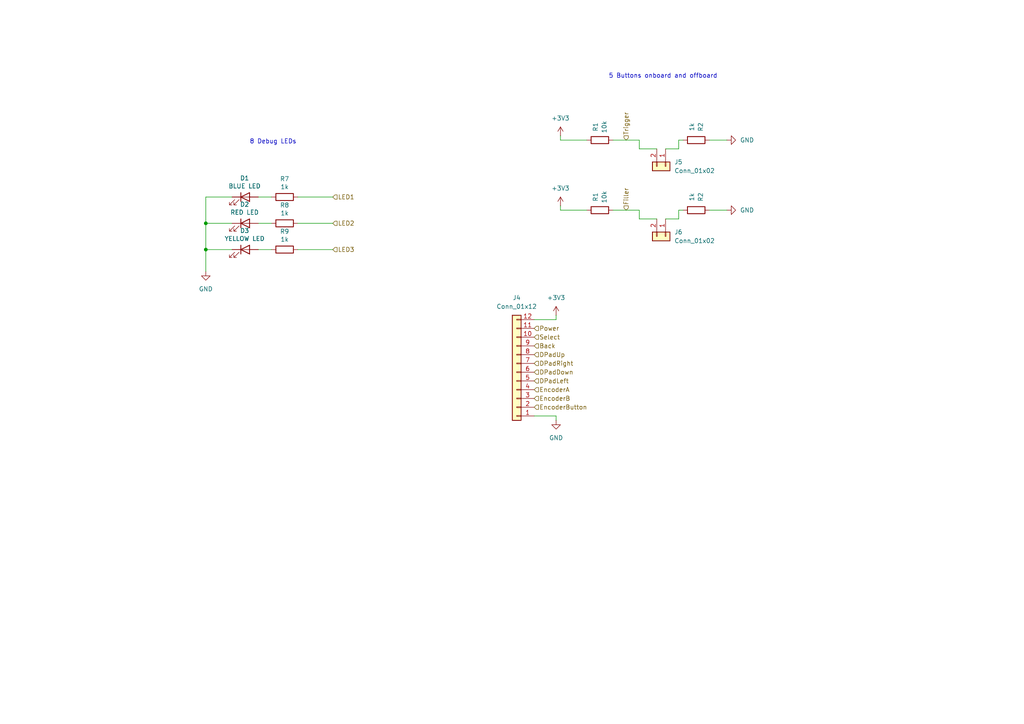
<source format=kicad_sch>
(kicad_sch (version 20250114) (generator "eeschema") (generator_version "9.0")
  (paper "A4")
  (lib_symbols
    (symbol "Connector_Generic:Conn_01x02" (pin_names (offset 1.016) (hide yes))
      (property "Reference" "J" (at 0 2.54 0))
      (property "Value" "Conn_01x02" (at 0 -5.08 0))
      (symbol "Conn_01x02_1_1"
        (rectangle (start -1.27 1.27) (end 1.27 -3.81) (stroke (width 0.254)) (fill (type background)))
        (rectangle (start -1.27 0.127) (end 0 -0.127) (stroke (width 0.1524)))
        (rectangle (start -1.27 -2.413) (end 0 -2.667) (stroke (width 0.1524)))
        (pin passive line (at -5.08 0 0) (length 3.81) (name "Pin_1") (number "1"))
        (pin passive line (at -5.08 -2.54 0) (length 3.81) (name "Pin_2") (number "2"))
      )
    )
    (symbol "Connector_Generic:Conn_01x12" (pin_names (offset 1.016) (hide yes))
      (property "Reference" "J" (at 0 15.24 0))
      (property "Value" "Conn_01x12" (at 0 -17.78 0))
      (symbol "Conn_01x12_1_1"
        (rectangle (start -1.27 13.97) (end 1.27 -16.51) (stroke (width 0.254)) (fill (type background)))
        (rectangle (start -1.27 12.827) (end 0 12.573) (stroke (width 0.1524)))
        (rectangle (start -1.27 10.287) (end 0 10.033) (stroke (width 0.1524)))
        (rectangle (start -1.27 7.747) (end 0 7.493) (stroke (width 0.1524)))
        (rectangle (start -1.27 5.207) (end 0 4.953) (stroke (width 0.1524)))
        (rectangle (start -1.27 2.667) (end 0 2.413) (stroke (width 0.1524)))
        (rectangle (start -1.27 0.127) (end 0 -0.127) (stroke (width 0.1524)))
        (rectangle (start -1.27 -2.413) (end 0 -2.667) (stroke (width 0.1524)))
        (rectangle (start -1.27 -4.953) (end 0 -5.207) (stroke (width 0.1524)))
        (rectangle (start -1.27 -7.493) (end 0 -7.747) (stroke (width 0.1524)))
        (rectangle (start -1.27 -10.033) (end 0 -10.287) (stroke (width 0.1524)))
        (rectangle (start -1.27 -12.573) (end 0 -12.827) (stroke (width 0.1524)))
        (rectangle (start -1.27 -15.113) (end 0 -15.367) (stroke (width 0.1524)))
        (pin passive line (at -5.08 12.7 0) (length 3.81) (name "Pin_1") (number "1"))
        (pin passive line (at -5.08 10.16 0) (length 3.81) (name "Pin_2") (number "2"))
        (pin passive line (at -5.08 7.62 0) (length 3.81) (name "Pin_3") (number "3"))
        (pin passive line (at -5.08 5.08 0) (length 3.81) (name "Pin_4") (number "4"))
        (pin passive line (at -5.08 2.54 0) (length 3.81) (name "Pin_5") (number "5"))
        (pin passive line (at -5.08 0 0) (length 3.81) (name "Pin_6") (number "6"))
        (pin passive line (at -5.08 -2.54 0) (length 3.81) (name "Pin_7") (number "7"))
        (pin passive line (at -5.08 -5.08 0) (length 3.81) (name "Pin_8") (number "8"))
        (pin passive line (at -5.08 -7.62 0) (length 3.81) (name "Pin_9") (number "9"))
        (pin passive line (at -5.08 -10.16 0) (length 3.81) (name "Pin_10") (number "10"))
        (pin passive line (at -5.08 -12.7 0) (length 3.81) (name "Pin_11") (number "11"))
        (pin passive line (at -5.08 -15.24 0) (length 3.81) (name "Pin_12") (number "12"))
      )
    )
    (symbol "LED_3" (pin_numbers (hide yes)) (pin_names (offset 1.016) (hide yes))
      (property "Reference" "D" (at 0 2.54 0))
      (property "Value" "LED" (at 0 -2.54 0))
      (symbol "LED_3_0_1"
        (polyline (pts (xy -3.048 -0.762) (xy -4.572 -2.286) (xy -3.81 -2.286) (xy -4.572 -2.286) (xy -4.572 -1.524)))
        (polyline (pts (xy -1.778 -0.762) (xy -3.302 -2.286) (xy -2.54 -2.286) (xy -3.302 -2.286) (xy -3.302 -1.524)))
        (polyline (pts (xy -1.27 0) (xy 1.27 0)))
        (polyline (pts (xy -1.27 -1.27) (xy -1.27 1.27)) (stroke (width 0.254)))
        (polyline (pts (xy 1.27 -1.27) (xy 1.27 1.27) (xy -1.27 0) (xy 1.27 -1.27)) (stroke (width 0.254)))
      )
      (symbol "LED_3_1_1"
        (pin passive line (at -3.81 0 0) (length 2.54) (name "K") (number "1"))
        (pin passive line (at 3.81 0 180) (length 2.54) (name "A") (number "2"))
      )
    )
    (symbol "device:LED" (pin_numbers (hide yes)) (pin_names (offset 1.016) (hide yes))
      (property "Reference" "D" (at 0 2.54 0))
      (property "Value" "LED" (at 0 -2.54 0))
      (symbol "LED_0_1"
        (polyline (pts (xy -3.048 -0.762) (xy -4.572 -2.286) (xy -3.81 -2.286) (xy -4.572 -2.286) (xy -4.572 -1.524)))
        (polyline (pts (xy -1.778 -0.762) (xy -3.302 -2.286) (xy -2.54 -2.286) (xy -3.302 -2.286) (xy -3.302 -1.524)))
        (polyline (pts (xy -1.27 0) (xy 1.27 0)))
        (polyline (pts (xy -1.27 -1.27) (xy -1.27 1.27)) (stroke (width 0.254)))
        (polyline (pts (xy 1.27 -1.27) (xy 1.27 1.27) (xy -1.27 0) (xy 1.27 -1.27)) (stroke (width 0.254)))
      )
      (symbol "LED_1_1"
        (pin passive line (at -3.81 0 0) (length 2.54) (name "K") (number "1"))
        (pin passive line (at 3.81 0 180) (length 2.54) (name "A") (number "2"))
      )
    )
    (symbol "device:R" (pin_numbers (hide yes)) (pin_names (offset 0))
      (property "Reference" "R" (at 2.032 0 90))
      (property "Value" "R" (at 0 0 90))
      (symbol "R_0_1"
        (rectangle (start -1.016 -2.54) (end 1.016 2.54) (stroke (width 0.254)))
      )
      (symbol "R_1_1"
        (pin passive line (at 0 3.81 270) (length 1.27) (name "~") (number "1"))
        (pin passive line (at 0 -3.81 90) (length 1.27) (name "~") (number "2"))
      )
    )
    (symbol "power:+3V3" (power) (pin_numbers (hide yes)) (pin_names (offset 0) (hide yes))
      (property "Value" "+3V3" (at 0 3.556 0))
      (symbol "+3V3_0_1"
        (polyline (pts (xy -0.762 1.27) (xy 0 2.54)))
        (polyline (pts (xy 0 2.54) (xy 0.762 1.27)))
        (polyline (pts (xy 0 0) (xy 0 2.54)))
      )
      (symbol "+3V3_1_1"
        (pin power_in line (at 0 0 90) (length 0) (name "~") (number "1"))
      )
    )
    (symbol "power:GND" (power) (pin_numbers (hide yes)) (pin_names (offset 0) (hide yes))
      (property "Value" "GND" (at 0 -3.81 0))
      (symbol "GND_0_1"
        (polyline (pts (xy 0 0) (xy 0 -1.27) (xy 1.27 -1.27) (xy 0 -2.54) (xy -1.27 -1.27) (xy 0 -1.27)))
      )
      (symbol "GND_1_1"
        (pin power_in line (at 0 0 270) (length 0) (name "~") (number "1"))
      )
    )
  )
  (text "8 Debug LEDs" (at 72.39 41.91 0) (effects (font (size 1.27 1.27)) (justify left bottom)))
  (text "5 Buttons onboard and offboard" (at 176.53 22.86 0) (effects (font (size 1.27 1.27)) (justify left bottom)))
  (junction (at 59.69 64.77))
  (junction (at 59.69 72.39))
  (wire (pts (xy 162.56 60.96) (xy 162.56 59.69)))
  (wire (pts (xy 67.31 64.77) (xy 59.69 64.77)))
  (wire (pts (xy 161.29 91.44) (xy 161.29 92.71)))
  (wire (pts (xy 205.74 60.96) (xy 210.82 60.96)))
  (wire (pts (xy 196.85 40.64) (xy 198.12 40.64)))
  (wire (pts (xy 86.36 57.15) (xy 96.52 57.15)))
  (wire (pts (xy 177.8 60.96) (xy 185.42 60.96)))
  (wire (pts (xy 196.85 60.96) (xy 198.12 60.96)))
  (wire (pts (xy 185.42 43.18) (xy 190.5 43.18)))
  (wire (pts (xy 193.04 63.5) (xy 196.85 63.5)))
  (wire (pts (xy 185.42 60.96) (xy 185.42 63.5)))
  (wire (pts (xy 196.85 43.18) (xy 196.85 40.64)))
  (wire (pts (xy 74.93 72.39) (xy 78.74 72.39)))
  (wire (pts (xy 67.31 57.15) (xy 59.69 57.15)))
  (wire (pts (xy 59.69 72.39) (xy 59.69 78.74)))
  (wire (pts (xy 59.69 64.77) (xy 59.69 72.39)))
  (wire (pts (xy 177.8 40.64) (xy 185.42 40.64)))
  (wire (pts (xy 59.69 57.15) (xy 59.69 64.77)))
  (wire (pts (xy 67.31 72.39) (xy 59.69 72.39)))
  (wire (pts (xy 193.04 43.18) (xy 196.85 43.18)))
  (wire (pts (xy 74.93 64.77) (xy 78.74 64.77)))
  (wire (pts (xy 161.29 92.71) (xy 154.94 92.71)))
  (wire (pts (xy 86.36 64.77) (xy 96.52 64.77)))
  (wire (pts (xy 162.56 40.64) (xy 162.56 39.37)))
  (wire (pts (xy 205.74 40.64) (xy 210.82 40.64)))
  (wire (pts (xy 162.56 40.64) (xy 170.18 40.64)))
  (wire (pts (xy 161.29 120.65) (xy 154.94 120.65)))
  (wire (pts (xy 185.42 63.5) (xy 190.5 63.5)))
  (wire (pts (xy 185.42 40.64) (xy 185.42 43.18)))
  (wire (pts (xy 196.85 63.5) (xy 196.85 60.96)))
  (wire (pts (xy 161.29 121.92) (xy 161.29 120.65)))
  (wire (pts (xy 74.93 57.15) (xy 78.74 57.15)))
  (wire (pts (xy 86.36 72.39) (xy 96.52 72.39)))
  (wire (pts (xy 162.56 60.96) (xy 170.18 60.96)))
  (hierarchical_label "DPadUp" (shape input) (at 154.94 102.87 0))
  (hierarchical_label "Trigger" (shape input) (at 181.61 40.64 90))
  (hierarchical_label "LED1" (shape input) (at 96.52 57.15 0))
  (hierarchical_label "EncoderA" (shape input) (at 154.94 113.03 0))
  (hierarchical_label "Filler" (shape input) (at 181.61 60.96 90))
  (hierarchical_label "LED3" (shape input) (at 96.52 72.39 0))
  (hierarchical_label "LED2" (shape input) (at 96.52 64.77 0))
  (hierarchical_label "Power" (shape input) (at 154.94 95.25 0))
  (hierarchical_label "EncoderButton" (shape input) (at 154.94 118.11 0))
  (hierarchical_label "DPadRight" (shape input) (at 154.94 105.41 0))
  (hierarchical_label "DPadDown" (shape input) (at 154.94 107.95 0))
  (hierarchical_label "EncoderB" (shape input) (at 154.94 115.57 0))
  (hierarchical_label "Back" (shape input) (at 154.94 100.33 0))
  (hierarchical_label "DPadLeft" (shape input) (at 154.94 110.49 0))
  (hierarchical_label "Select" (shape input) (at 154.94 97.79 0))
  (symbol (lib_name "LED_3") (lib_id "device:LED") (at 71.12 57.15 0) (unit 1)
    (property "Reference" "D1" (at 70.9422 51.6636 0))
    (property "Value" "BLUE LED" (at 70.9422 53.975 0))
    (property "Footprint" "LED_SMD:LED_0603_1608Metric_Pad1.05x0.95mm_HandSolder" (effects (hide yes)))
    (property "MPN" "LED BLUE CLEAR 0603 SMD" (effects (hide yes)))
    (property "Sim.Pins" "1=K 2=A" (effects (hide yes)))
  )
  (symbol (lib_id "device:R") (at 82.55 57.15 270) (unit 1)
    (property "Reference" "R4" (at 82.55 51.8922 90))
    (property "Value" "1k" (at 82.55 54.2036 90))
    (property "Footprint" "Resistor_SMD:R_0603_1608Metric_Pad0.98x0.95mm_HandSolder" (effects (hide yes)))
    (property "MPN" "RES SMD 1K OHM 5% 1/10W 0603" (effects (hide yes)))
    (instances (project "CANalyzer_v4.0" (path "" (reference "R7") (unit 1))) (project "WaterBlasterV2" (path "" (reference "R4") (unit 1))))
  )
  (symbol (lib_id "power:GND") (at 59.69 78.74 0) (unit 1)
    (property "Reference" "#PWR021" (effects (hide yes)))
    (property "Value" "GND" (at 59.69 83.82 0))
    (instances (project "CANalyzer_v4.0" (path "" (reference "#PWR017") (unit 1))) (project "WaterBlasterV2" (path "" (reference "#PWR021") (unit 1))))
  )
  (symbol (lib_id "device:R") (at 201.93 40.64 270) (unit 1)
    (property "Reference" "R9" (at 203.2 36.83 0))
    (property "Value" "1k" (at 200.66 36.83 0))
    (property "Footprint" "Resistor_SMD:R_0603_1608Metric_Pad0.98x0.95mm_HandSolder" (effects (hide yes)))
    (property "Note" "0.1W 5% 0603  " (effects (hide yes)))
    (property "MPN" "RES SMD 1K OHM 5% 1/10W 0603" (effects (hide yes)))
    (instances (project "CANalyzer_v4.0" (path "" (reference "R2") (unit 1))) (project "WaterBlasterV2" (path "" (reference "R9") (unit 1))))
  )
  (symbol (lib_id "device:LED") (at 71.12 72.39 0) (unit 1)
    (property "Reference" "D3" (at 70.9422 66.9036 0))
    (property "Value" "YELLOW LED" (at 70.9422 69.215 0))
    (property "Footprint" "LED_SMD:LED_0603_1608Metric_Pad1.05x0.95mm_HandSolder" (effects (hide yes)))
    (property "MPN" "LED YELLOW CLEAR 0603 SMD" (effects (hide yes)))
    (property "Sim.Pins" "1=K 2=A" (effects (hide yes)))
  )
  (symbol (lib_id "device:R") (at 82.55 72.39 270) (unit 1)
    (property "Reference" "R6" (at 82.55 67.1322 90))
    (property "Value" "1k" (at 82.55 69.4436 90))
    (property "Footprint" "Resistor_SMD:R_0603_1608Metric_Pad0.98x0.95mm_HandSolder" (effects (hide yes)))
    (property "MPN" "RES SMD 1K OHM 5% 1/10W 0603" (effects (hide yes)))
    (instances (project "CANalyzer_v4.0" (path "" (reference "R9") (unit 1))) (project "WaterBlasterV2" (path "" (reference "R6") (unit 1))))
  )
  (symbol (lib_id "device:R") (at 173.99 60.96 270) (unit 1)
    (property "Reference" "R8" (at 172.72 57.15 0))
    (property "Value" "10k" (at 175.26 57.15 0))
    (property "Footprint" "Resistor_SMD:R_0603_1608Metric_Pad0.98x0.95mm_HandSolder" (effects (hide yes)))
    (property "Note" "0.1W 5% 0603  " (effects (hide yes)))
    (property "MPN" "RES SMD 10K OHM 5% 1/10W 0603" (effects (hide yes)))
    (instances (project "CANalyzer_v4.0" (path "" (reference "R1") (unit 1))) (project "WaterBlasterV2" (path "" (reference "R8") (unit 1))))
  )
  (symbol (lib_id "Connector_Generic:Conn_01x12") (at 149.86 107.95 180) (unit 1)
    (property "Reference" "J4" (at 149.86 86.36 0))
    (property "Value" "Conn_01x12" (at 149.86 88.9 0))
    (property "Footprint" "WaterBlaster:CONN_SD-43650-010_12_MOL" (effects (hide yes)))
    (property "Description" "Generic connector, single row, 01x12, script generated (kicad-library-utils/schlib/autogen/connector/)" (effects (hide yes)))
  )
  (symbol (lib_id "device:LED") (at 71.12 64.77 0) (unit 1)
    (property "Reference" "D2" (at 70.9422 59.2836 0))
    (property "Value" "RED LED" (at 70.9422 61.595 0))
    (property "Footprint" "LED_SMD:LED_0603_1608Metric_Pad1.05x0.95mm_HandSolder" (effects (hide yes)))
    (property "MPN" "LED RED CLEAR 0603 SMD" (effects (hide yes)))
    (property "Sim.Pins" "1=K 2=A" (effects (hide yes)))
  )
  (symbol (lib_id "Connector_Generic:Conn_01x02") (at 193.04 48.26 270) (unit 1)
    (property "Reference" "J5" (at 195.58 46.99 90) (effects (justify left)))
    (property "Value" "Conn_01x02" (at 195.58 49.53 90) (effects (justify left)))
    (property "Footprint" "WaterBlaster:MOLEX_436500227" (effects (hide yes)))
  )
  (symbol (lib_id "power:+3V3") (at 162.56 59.69 0) (unit 1)
    (property "Reference" "#PWR025" (effects (hide yes)))
    (property "Value" "+3V3" (at 162.56 54.61 0))
    (instances (project "CANalyzer_v4.0" (path "" (reference "#PWR03") (unit 1))) (project "WaterBlasterV2" (path "" (reference "#PWR025") (unit 1))))
  )
  (symbol (lib_id "power:GND") (at 161.29 121.92 0) (unit 1)
    (property "Reference" "#PWR023" (effects (hide yes)))
    (property "Value" "GND" (at 161.29 127 0))
    (property "Description" "Power symbol creates a global label with name \"GND\" , ground" (effects (hide yes)))
  )
  (symbol (lib_id "device:R") (at 201.93 60.96 270) (unit 1)
    (property "Reference" "R10" (at 203.2 57.15 0))
    (property "Value" "1k" (at 200.66 57.15 0))
    (property "Footprint" "Resistor_SMD:R_0603_1608Metric_Pad0.98x0.95mm_HandSolder" (effects (hide yes)))
    (property "Note" "0.1W 5% 0603  " (effects (hide yes)))
    (property "MPN" "RES SMD 1K OHM 5% 1/10W 0603" (effects (hide yes)))
    (instances (project "CANalyzer_v4.0" (path "" (reference "R2") (unit 1))) (project "WaterBlasterV2" (path "" (reference "R10") (unit 1))))
  )
  (symbol (lib_id "device:R") (at 173.99 40.64 270) (unit 1)
    (property "Reference" "R7" (at 172.72 36.83 0))
    (property "Value" "10k" (at 175.26 36.83 0))
    (property "Footprint" "Resistor_SMD:R_0603_1608Metric_Pad0.98x0.95mm_HandSolder" (effects (hide yes)))
    (property "Note" "0.1W 5% 0603  " (effects (hide yes)))
    (property "MPN" "RES SMD 10K OHM 5% 1/10W 0603" (effects (hide yes)))
    (instances (project "CANalyzer_v4.0" (path "" (reference "R1") (unit 1))) (project "WaterBlasterV2" (path "" (reference "R7") (unit 1))))
  )
  (symbol (lib_id "device:R") (at 82.55 64.77 270) (unit 1)
    (property "Reference" "R5" (at 82.55 59.5122 90))
    (property "Value" "1k" (at 82.55 61.8236 90))
    (property "Footprint" "Resistor_SMD:R_0603_1608Metric_Pad0.98x0.95mm_HandSolder" (effects (hide yes)))
    (property "MPN" "RES SMD 1K OHM 5% 1/10W 0603" (effects (hide yes)))
    (instances (project "CANalyzer_v4.0" (path "" (reference "R8") (unit 1))) (project "WaterBlasterV2" (path "" (reference "R5") (unit 1))))
  )
  (symbol (lib_id "power:+3V3") (at 161.29 91.44 0) (unit 1)
    (property "Reference" "#PWR022" (effects (hide yes)))
    (property "Value" "+3V3" (at 161.29 86.36 0))
    (property "Description" "Power symbol creates a global label with name \"+3V3\"" (effects (hide yes)))
  )
  (symbol (lib_id "power:GND") (at 210.82 60.96 90) (unit 1)
    (property "Reference" "#PWR027" (effects (hide yes)))
    (property "Value" "GND" (at 214.63 60.96 90) (effects (justify right)))
  )
  (symbol (lib_id "power:GND") (at 210.82 40.64 90) (unit 1)
    (property "Reference" "#PWR026" (effects (hide yes)))
    (property "Value" "GND" (at 214.63 40.64 90) (effects (justify right)))
  )
  (symbol (lib_id "power:+3V3") (at 162.56 39.37 0) (unit 1)
    (property "Reference" "#PWR024" (effects (hide yes)))
    (property "Value" "+3V3" (at 162.56 34.29 0))
    (instances (project "CANalyzer_v4.0" (path "" (reference "#PWR03") (unit 1))) (project "WaterBlasterV2" (path "" (reference "#PWR024") (unit 1))))
  )
  (symbol (lib_id "Connector_Generic:Conn_01x02") (at 193.04 68.58 270) (unit 1)
    (property "Reference" "J6" (at 195.58 67.31 90) (effects (justify left)))
    (property "Value" "Conn_01x02" (at 195.58 69.85 90) (effects (justify left)))
    (property "Footprint" "WaterBlaster:MOLEX_436500227" (effects (hide yes)))
  )
)
</source>
